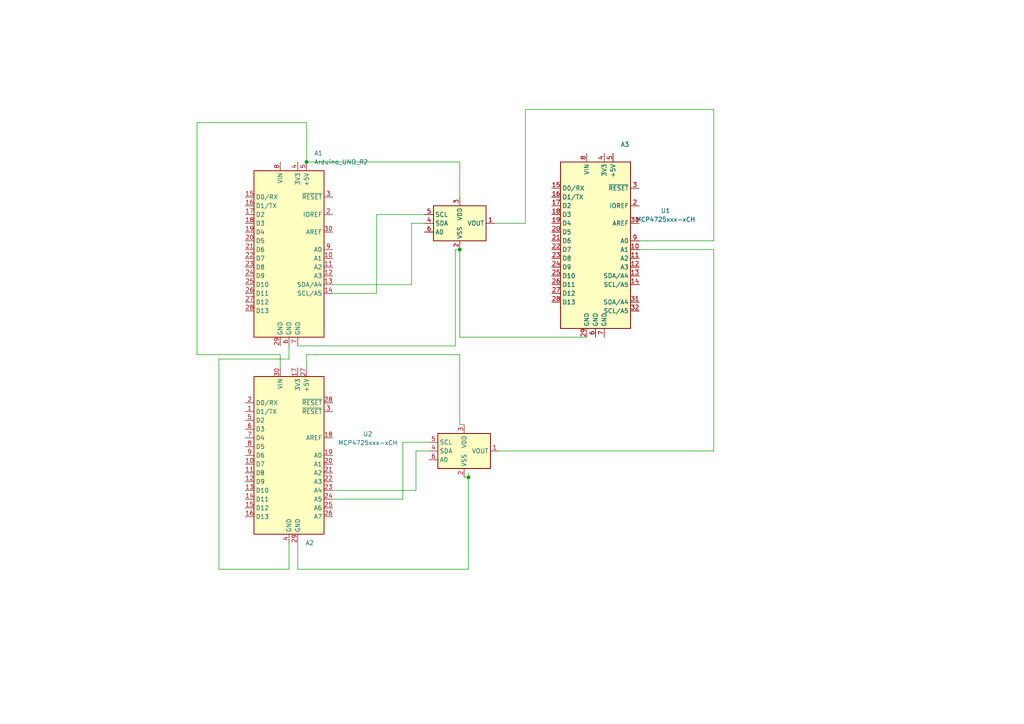
<source format=kicad_sch>
(kicad_sch (version 20230121) (generator eeschema)
  (paper "A4")
  (lib_symbols
    (symbol "Analog_DAC:MCP4725xxx-xCH"
      (property "Reference" "U" (at -6.35 6.35 0))
      (property "Value" "MCP4725xxx-xCH" (at 8.89 6.35 0))
      (symbol "MCP4725xxx-xCH_0_1"
        (rectangle (start -7.62 5.08) (end 7.62 -5.08) (stroke (width 0.254)) (fill (type background)))
      )
      (symbol "MCP4725xxx-xCH_1_1"
        (pin output line (at 10.16 0 180) (length 2.54) (name "VOUT") (number "1"))
        (pin power_in line (at 0 -7.62 90) (length 2.54) (name "VSS") (number "2"))
        (pin power_in line (at 0 7.62 270) (length 2.54) (name "VDD") (number "3"))
        (pin bidirectional line (at -10.16 0 0) (length 2.54) (name "SDA") (number "4"))
        (pin input line (at -10.16 2.54 0) (length 2.54) (name "SCL") (number "5"))
        (pin input line (at -10.16 -2.54 0) (length 2.54) (name "A0") (number "6"))
      )
    )
    (symbol "MCU_Module:Arduino_Nano_v2.x"
      (property "Reference" "A" (at -10.16 23.495 0))
      (property "Value" "Arduino_Nano_v2.x" (at 5.08 -24.13 0))
      (symbol "Arduino_Nano_v2.x_0_1"
        (rectangle (start -10.16 22.86) (end 10.16 -22.86) (stroke (width 0.254)) (fill (type background)))
      )
      (symbol "Arduino_Nano_v2.x_1_1"
        (pin bidirectional line (at -12.7 12.7 0) (length 2.54) (name "D1/TX") (number "1"))
        (pin bidirectional line (at -12.7 -2.54 0) (length 2.54) (name "D7") (number "10"))
        (pin bidirectional line (at -12.7 -5.08 0) (length 2.54) (name "D8") (number "11"))
        (pin bidirectional line (at -12.7 -7.62 0) (length 2.54) (name "D9") (number "12"))
        (pin bidirectional line (at -12.7 -10.16 0) (length 2.54) (name "D10") (number "13"))
        (pin bidirectional line (at -12.7 -12.7 0) (length 2.54) (name "D11") (number "14"))
        (pin bidirectional line (at -12.7 -15.24 0) (length 2.54) (name "D12") (number "15"))
        (pin bidirectional line (at -12.7 -17.78 0) (length 2.54) (name "D13") (number "16"))
        (pin power_out line (at 2.54 25.4 270) (length 2.54) (name "3V3") (number "17"))
        (pin input line (at 12.7 5.08 180) (length 2.54) (name "AREF") (number "18"))
        (pin bidirectional line (at 12.7 0 180) (length 2.54) (name "A0") (number "19"))
        (pin bidirectional line (at -12.7 15.24 0) (length 2.54) (name "D0/RX") (number "2"))
        (pin bidirectional line (at 12.7 -2.54 180) (length 2.54) (name "A1") (number "20"))
        (pin bidirectional line (at 12.7 -5.08 180) (length 2.54) (name "A2") (number "21"))
        (pin bidirectional line (at 12.7 -7.62 180) (length 2.54) (name "A3") (number "22"))
        (pin bidirectional line (at 12.7 -10.16 180) (length 2.54) (name "A4") (number "23"))
        (pin bidirectional line (at 12.7 -12.7 180) (length 2.54) (name "A5") (number "24"))
        (pin bidirectional line (at 12.7 -15.24 180) (length 2.54) (name "A6") (number "25"))
        (pin bidirectional line (at 12.7 -17.78 180) (length 2.54) (name "A7") (number "26"))
        (pin power_out line (at 5.08 25.4 270) (length 2.54) (name "+5V") (number "27"))
        (pin input line (at 12.7 15.24 180) (length 2.54) (name "~{RESET}") (number "28"))
        (pin power_in line (at 2.54 -25.4 90) (length 2.54) (name "GND") (number "29"))
        (pin input line (at 12.7 12.7 180) (length 2.54) (name "~{RESET}") (number "3"))
        (pin power_in line (at -2.54 25.4 270) (length 2.54) (name "VIN") (number "30"))
        (pin power_in line (at 0 -25.4 90) (length 2.54) (name "GND") (number "4"))
        (pin bidirectional line (at -12.7 10.16 0) (length 2.54) (name "D2") (number "5"))
        (pin bidirectional line (at -12.7 7.62 0) (length 2.54) (name "D3") (number "6"))
        (pin bidirectional line (at -12.7 5.08 0) (length 2.54) (name "D4") (number "7"))
        (pin bidirectional line (at -12.7 2.54 0) (length 2.54) (name "D5") (number "8"))
        (pin bidirectional line (at -12.7 0 0) (length 2.54) (name "D6") (number "9"))
      )
    )
    (symbol "MCU_Module:Arduino_UNO_R2"
      (property "Reference" "A" (at -10.16 23.495 0))
      (property "Value" "Arduino_UNO_R2" (at 5.08 -26.67 0))
      (symbol "Arduino_UNO_R2_0_1"
        (rectangle (start -10.16 22.86) (end 10.16 -25.4) (stroke (width 0.254)) (fill (type background)))
      )
      (symbol "Arduino_UNO_R2_1_1"
        (pin no_connect line (at -10.16 -20.32 0) (length 2.54) hide (name "NC") (number "1"))
        (pin bidirectional line (at 12.7 -2.54 180) (length 2.54) (name "A1") (number "10"))
        (pin bidirectional line (at 12.7 -5.08 180) (length 2.54) (name "A2") (number "11"))
        (pin bidirectional line (at 12.7 -7.62 180) (length 2.54) (name "A3") (number "12"))
        (pin bidirectional line (at 12.7 -10.16 180) (length 2.54) (name "SDA/A4") (number "13"))
        (pin bidirectional line (at 12.7 -12.7 180) (length 2.54) (name "SCL/A5") (number "14"))
        (pin bidirectional line (at -12.7 15.24 0) (length 2.54) (name "D0/RX") (number "15"))
        (pin bidirectional line (at -12.7 12.7 0) (length 2.54) (name "D1/TX") (number "16"))
        (pin bidirectional line (at -12.7 10.16 0) (length 2.54) (name "D2") (number "17"))
        (pin bidirectional line (at -12.7 7.62 0) (length 2.54) (name "D3") (number "18"))
        (pin bidirectional line (at -12.7 5.08 0) (length 2.54) (name "D4") (number "19"))
        (pin output line (at 12.7 10.16 180) (length 2.54) (name "IOREF") (number "2"))
        (pin bidirectional line (at -12.7 2.54 0) (length 2.54) (name "D5") (number "20"))
        (pin bidirectional line (at -12.7 0 0) (length 2.54) (name "D6") (number "21"))
        (pin bidirectional line (at -12.7 -2.54 0) (length 2.54) (name "D7") (number "22"))
        (pin bidirectional line (at -12.7 -5.08 0) (length 2.54) (name "D8") (number "23"))
        (pin bidirectional line (at -12.7 -7.62 0) (length 2.54) (name "D9") (number "24"))
        (pin bidirectional line (at -12.7 -10.16 0) (length 2.54) (name "D10") (number "25"))
        (pin bidirectional line (at -12.7 -12.7 0) (length 2.54) (name "D11") (number "26"))
        (pin bidirectional line (at -12.7 -15.24 0) (length 2.54) (name "D12") (number "27"))
        (pin bidirectional line (at -12.7 -17.78 0) (length 2.54) (name "D13") (number "28"))
        (pin power_in line (at -2.54 -27.94 90) (length 2.54) (name "GND") (number "29"))
        (pin input line (at 12.7 15.24 180) (length 2.54) (name "~{RESET}") (number "3"))
        (pin input line (at 12.7 5.08 180) (length 2.54) (name "AREF") (number "30"))
        (pin power_out line (at 2.54 25.4 270) (length 2.54) (name "3V3") (number "4"))
        (pin power_out line (at 5.08 25.4 270) (length 2.54) (name "+5V") (number "5"))
        (pin power_in line (at 0 -27.94 90) (length 2.54) (name "GND") (number "6"))
        (pin power_in line (at 2.54 -27.94 90) (length 2.54) (name "GND") (number "7"))
        (pin power_in line (at -2.54 25.4 270) (length 2.54) (name "VIN") (number "8"))
        (pin bidirectional line (at 12.7 0 180) (length 2.54) (name "A0") (number "9"))
      )
    )
    (symbol "MCU_Module:Arduino_UNO_R3"
      (property "Reference" "A" (at -10.16 23.495 0))
      (property "Value" "Arduino_UNO_R3" (at 5.08 -26.67 0))
      (symbol "Arduino_UNO_R3_0_1"
        (rectangle (start -10.16 22.86) (end 10.16 -25.4) (stroke (width 0.254)) (fill (type background)))
      )
      (symbol "Arduino_UNO_R3_1_1"
        (pin no_connect line (at -10.16 -20.32 0) (length 2.54) hide (name "NC") (number "1"))
        (pin bidirectional line (at 12.7 -2.54 180) (length 2.54) (name "A1") (number "10"))
        (pin bidirectional line (at 12.7 -5.08 180) (length 2.54) (name "A2") (number "11"))
        (pin bidirectional line (at 12.7 -7.62 180) (length 2.54) (name "A3") (number "12"))
        (pin bidirectional line (at 12.7 -10.16 180) (length 2.54) (name "SDA/A4") (number "13"))
        (pin bidirectional line (at 12.7 -12.7 180) (length 2.54) (name "SCL/A5") (number "14"))
        (pin bidirectional line (at -12.7 15.24 0) (length 2.54) (name "D0/RX") (number "15"))
        (pin bidirectional line (at -12.7 12.7 0) (length 2.54) (name "D1/TX") (number "16"))
        (pin bidirectional line (at -12.7 10.16 0) (length 2.54) (name "D2") (number "17"))
        (pin bidirectional line (at -12.7 7.62 0) (length 2.54) (name "D3") (number "18"))
        (pin bidirectional line (at -12.7 5.08 0) (length 2.54) (name "D4") (number "19"))
        (pin output line (at 12.7 10.16 180) (length 2.54) (name "IOREF") (number "2"))
        (pin bidirectional line (at -12.7 2.54 0) (length 2.54) (name "D5") (number "20"))
        (pin bidirectional line (at -12.7 0 0) (length 2.54) (name "D6") (number "21"))
        (pin bidirectional line (at -12.7 -2.54 0) (length 2.54) (name "D7") (number "22"))
        (pin bidirectional line (at -12.7 -5.08 0) (length 2.54) (name "D8") (number "23"))
        (pin bidirectional line (at -12.7 -7.62 0) (length 2.54) (name "D9") (number "24"))
        (pin bidirectional line (at -12.7 -10.16 0) (length 2.54) (name "D10") (number "25"))
        (pin bidirectional line (at -12.7 -12.7 0) (length 2.54) (name "D11") (number "26"))
        (pin bidirectional line (at -12.7 -15.24 0) (length 2.54) (name "D12") (number "27"))
        (pin bidirectional line (at -12.7 -17.78 0) (length 2.54) (name "D13") (number "28"))
        (pin power_in line (at -2.54 -27.94 90) (length 2.54) (name "GND") (number "29"))
        (pin input line (at 12.7 15.24 180) (length 2.54) (name "~{RESET}") (number "3"))
        (pin input line (at 12.7 5.08 180) (length 2.54) (name "AREF") (number "30"))
        (pin bidirectional line (at 12.7 -17.78 180) (length 2.54) (name "SDA/A4") (number "31"))
        (pin bidirectional line (at 12.7 -20.32 180) (length 2.54) (name "SCL/A5") (number "32"))
        (pin power_out line (at 2.54 25.4 270) (length 2.54) (name "3V3") (number "4"))
        (pin power_out line (at 5.08 25.4 270) (length 2.54) (name "+5V") (number "5"))
        (pin power_in line (at 0 -27.94 90) (length 2.54) (name "GND") (number "6"))
        (pin power_in line (at 2.54 -27.94 90) (length 2.54) (name "GND") (number "7"))
        (pin power_in line (at -2.54 25.4 270) (length 2.54) (name "VIN") (number "8"))
        (pin bidirectional line (at 12.7 0 180) (length 2.54) (name "A0") (number "9"))
      )
    )
  )
  (junction (at 133.35 72.39))
  (junction (at 135.89 138.43))
  (junction (at 88.9 46.99))
  (wire (pts (xy 143.51 64.77) (xy 152.4 64.77)))
  (wire (pts (xy 83.82 100.33) (xy 83.82 104.14)))
  (wire (pts (xy 170.18 97.79) (xy 133.35 97.79)))
  (wire (pts (xy 96.52 85.09) (xy 109.22 85.09)))
  (wire (pts (xy 88.9 102.87) (xy 133.35 102.87)))
  (wire (pts (xy 96.52 82.55) (xy 119.38 82.55)))
  (wire (pts (xy 207.01 31.75) (xy 207.01 69.85)))
  (wire (pts (xy 88.9 46.99) (xy 88.9 35.56)))
  (wire (pts (xy 88.9 106.68) (xy 88.9 102.87)))
  (wire (pts (xy 119.38 64.77) (xy 123.19 64.77)))
  (wire (pts (xy 135.89 138.43) (xy 135.89 165.1)))
  (wire (pts (xy 86.36 165.1) (xy 135.89 165.1)))
  (wire (pts (xy 83.82 104.14) (xy 63.5 104.14)))
  (wire (pts (xy 81.28 102.87) (xy 81.28 106.68)))
  (wire (pts (xy 116.84 128.27) (xy 124.46 128.27)))
  (wire (pts (xy 96.52 142.24) (xy 120.65 142.24)))
  (wire (pts (xy 152.4 64.77) (xy 152.4 31.75)))
  (wire (pts (xy 86.36 100.33) (xy 132.08 100.33)))
  (wire (pts (xy 88.9 35.56) (xy 57.15 35.56)))
  (wire (pts (xy 86.36 157.48) (xy 86.36 165.1)))
  (wire (pts (xy 133.35 72.39) (xy 133.35 97.79)))
  (wire (pts (xy 133.35 46.99) (xy 133.35 57.15)))
  (wire (pts (xy 207.01 72.39) (xy 185.42 72.39)))
  (wire (pts (xy 57.15 102.87) (xy 81.28 102.87)))
  (wire (pts (xy 207.01 130.81) (xy 207.01 72.39)))
  (wire (pts (xy 120.65 142.24) (xy 120.65 130.81)))
  (wire (pts (xy 119.38 82.55) (xy 119.38 64.77)))
  (wire (pts (xy 132.08 100.33) (xy 132.08 72.39)))
  (wire (pts (xy 135.89 137.16) (xy 135.89 138.43)))
  (wire (pts (xy 207.01 69.85) (xy 185.42 69.85)))
  (wire (pts (xy 132.08 72.39) (xy 133.35 72.39)))
  (wire (pts (xy 133.35 102.87) (xy 133.35 123.19)))
  (wire (pts (xy 116.84 144.78) (xy 116.84 128.27)))
  (wire (pts (xy 63.5 104.14) (xy 63.5 165.1)))
  (wire (pts (xy 133.35 123.19) (xy 134.62 123.19)))
  (wire (pts (xy 96.52 144.78) (xy 116.84 144.78)))
  (wire (pts (xy 83.82 165.1) (xy 83.82 157.48)))
  (wire (pts (xy 109.22 85.09) (xy 109.22 62.23)))
  (wire (pts (xy 133.35 71.12) (xy 133.35 72.39)))
  (wire (pts (xy 57.15 35.56) (xy 57.15 102.87)))
  (wire (pts (xy 144.78 130.81) (xy 207.01 130.81)))
  (wire (pts (xy 109.22 62.23) (xy 123.19 62.23)))
  (wire (pts (xy 152.4 31.75) (xy 207.01 31.75)))
  (wire (pts (xy 120.65 130.81) (xy 124.46 130.81)))
  (wire (pts (xy 63.5 165.1) (xy 83.82 165.1)))
  (wire (pts (xy 135.89 138.43) (xy 134.62 138.43)))
  (wire (pts (xy 88.9 46.99) (xy 133.35 46.99)))
  (symbol (lib_id "MCU_Module:Arduino_UNO_R3") (at 172.72 69.85 0) (unit 1)
    (property "Reference" "A3" (at 179.9941 41.91 0) (effects (justify left)))
    (property "Value" "Arduino_UNO_R3" (effects hide))
    (property "Footprint" "Module:Arduino_UNO_R3" (effects hide))
    (property "Datasheet" "https://www.arduino.cc/en/Main/arduinoBoardUno" (effects hide))
  )
  (symbol (lib_id "MCU_Module:Arduino_Nano_v2.x") (at 83.82 132.08 0) (unit 1)
    (property "Reference" "A2" (at 88.5541 157.48 0) (effects (justify left)))
    (property "Value" "Arduino_Nano_v2.x" (effects hide))
    (property "Footprint" "Module:Arduino_Nano" (effects hide))
    (property "Datasheet" "https://www.arduino.cc/en/uploads/Main/ArduinoNanoManual23.pdf" (effects hide))
  )
  (symbol (lib_id "Analog_DAC:MCP4725xxx-xCH") (at 134.62 130.81 0) (unit 1)
    (property "Reference" "U2" (at 106.68 125.8921 0))
    (property "Value" "MCP4725xxx-xCH" (at 106.68 128.4321 0))
    (property "Footprint" "Package_TO_SOT_SMD:SOT-23-6" (effects hide))
    (property "Datasheet" "http://ww1.microchip.com/downloads/en/DeviceDoc/22039d.pdf" (effects hide))
  )
  (symbol (lib_id "MCU_Module:Arduino_UNO_R2") (at 83.82 72.39 0) (unit 1)
    (property "Reference" "A1" (at 91.0941 44.45 0) (effects (justify left)))
    (property "Value" "Arduino_UNO_R2" (at 91.0941 46.99 0) (effects (justify left)))
    (property "Footprint" "Module:Arduino_UNO_R2" (effects hide))
    (property "Datasheet" "https://www.arduino.cc/en/Main/arduinoBoardUno" (effects hide))
  )
  (symbol (lib_id "Analog_DAC:MCP4725xxx-xCH") (at 133.35 64.77 0) (unit 1)
    (property "Reference" "U1" (at 193.04 61.1221 0))
    (property "Value" "MCP4725xxx-xCH" (at 193.04 63.6621 0))
    (property "Footprint" "Package_TO_SOT_SMD:SOT-23-6" (effects hide))
    (property "Datasheet" "http://ww1.microchip.com/downloads/en/DeviceDoc/22039d.pdf" (effects hide))
  )
)
</source>
